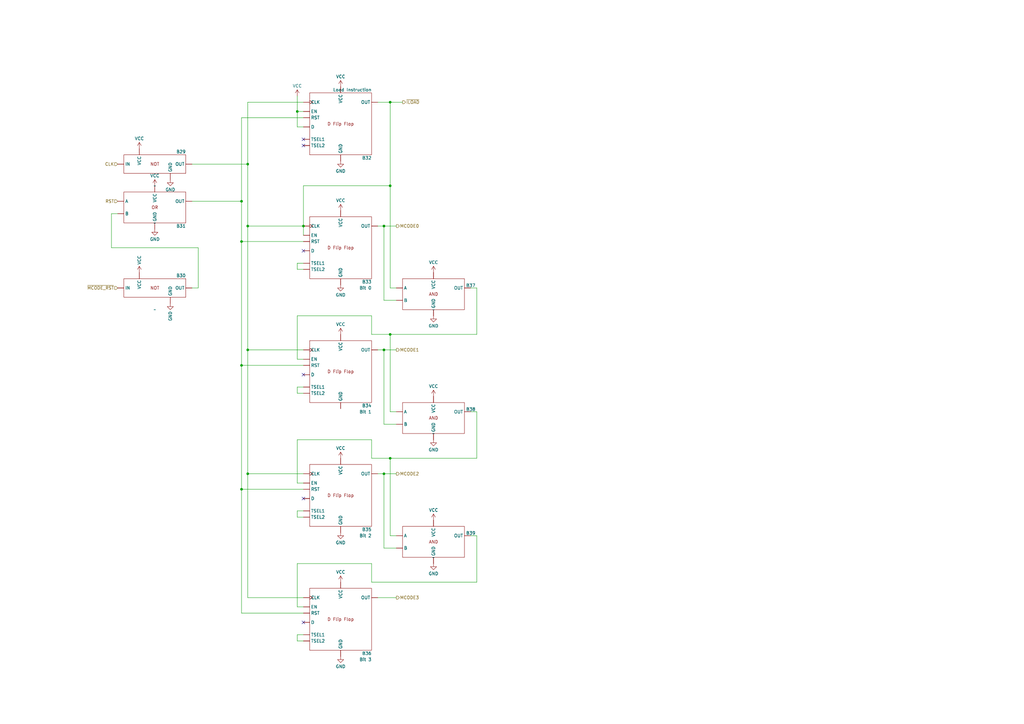
<source format=kicad_sch>
(kicad_sch (version 20230121) (generator eeschema)
  (paper "A3")
  (lib_symbols
    (symbol "MiniDragon:D Flip Flop"
      (property "Reference" "B" (at -12.7 13.97 0))
      (symbol "D Flip Flop_0_1"
        (rectangle (start -12.7 12.7) (end 12.7 -12.7))
      )
      (symbol "D Flip Flop_1_1"
        (text "D Flip Flop" (at 0 0 0) (effects (font (size 1.27 1.27))))
        (pin input clock (at -15.24 8.89 0) (length 2.54) (name "CLK") (number ""))
        (pin input line (at -15.24 -1.27 0) (length 2.54) (name "D") (number ""))
        (pin input line (at -15.24 5.08 0) (length 2.54) (name "EN") (number ""))
        (pin power_in line (at 0 -15.24 90) (length 2.54) (name "GND") (number ""))
        (pin output line (at 15.24 8.89 180) (length 2.54) (name "OUT") (number ""))
        (pin input line (at -15.24 2.54 0) (length 2.54) (name "RST") (number ""))
        (pin passive line (at -15.24 -6.35 0) (length 2.54) (name "TSEL1") (number ""))
        (pin passive line (at -15.24 -8.89 0) (length 2.54) (name "TSEL2") (number ""))
        (pin power_in line (at 0 15.24 270) (length 2.54) (name "VCC") (number ""))
      )
    )
    (symbol "MiniDragon:Logic AND"
      (property "Reference" "B" (at -12.7 7.62 0))
      (symbol "Logic AND_0_1"
        (rectangle (start -12.7 6.35) (end 12.7 -6.35))
      )
      (symbol "Logic AND_1_1"
        (text "AND" (at 0 0 0) (effects (font (size 1.27 1.27))))
        (pin input line (at -15.24 2.54 0) (length 2.54) (name "A") (number ""))
        (pin input line (at -15.24 -2.54 0) (length 2.54) (name "B") (number ""))
        (pin power_in line (at 0 -8.89 90) (length 2.54) (name "GND") (number ""))
        (pin output line (at 15.24 2.54 180) (length 2.54) (name "OUT") (number ""))
        (pin power_in line (at 0 8.89 270) (length 2.54) (name "VCC") (number ""))
      )
    )
    (symbol "MiniDragon:Logic NOT"
      (property "Reference" "B" (at -12.7 5.08 0))
      (symbol "Logic NOT_0_1"
        (rectangle (start -12.7 3.81) (end 12.7 -3.81))
      )
      (symbol "Logic NOT_1_1"
        (text "NOT" (at 0 0 0) (effects (font (size 1.27 1.27))))
        (pin power_in line (at 6.35 -6.35 90) (length 2.54) (name "GND") (number ""))
        (pin input line (at -15.24 0 0) (length 2.54) (name "IN") (number ""))
        (pin output line (at 15.24 0 180) (length 2.54) (name "OUT") (number ""))
        (pin power_in line (at -6.35 6.35 270) (length 2.54) (name "VCC") (number ""))
      )
    )
    (symbol "MiniDragon:Logic OR"
      (property "Reference" "B" (at -12.7 7.62 0))
      (symbol "Logic OR_0_1"
        (rectangle (start -12.7 6.35) (end 12.7 -6.35))
      )
      (symbol "Logic OR_1_1"
        (text "OR" (at 0 0 0) (effects (font (size 1.27 1.27))))
        (pin input line (at -15.24 2.54 0) (length 2.54) (name "A") (number ""))
        (pin input line (at -15.24 -2.54 0) (length 2.54) (name "B") (number ""))
        (pin power_in line (at 0 -8.89 90) (length 2.54) (name "GND") (number ""))
        (pin output line (at 15.24 2.54 180) (length 2.54) (name "OUT") (number ""))
        (pin power_in line (at 0 8.89 270) (length 2.54) (name "VCC") (number ""))
      )
    )
    (symbol "power:GND" (power) (pin_names (offset 0))
      (property "Value" "GND" (at 0 -3.81 0))
      (symbol "GND_0_1"
        (polyline (pts (xy 0 0) (xy 0 -1.27) (xy 1.27 -1.27) (xy 0 -2.54) (xy -1.27 -1.27) (xy 0 -1.27)))
      )
      (symbol "GND_1_1"
        (pin power_in line (at 0 0 270) (length 0) hide (name "GND") (number "1"))
      )
    )
    (symbol "power:VCC" (power) (pin_names (offset 0))
      (property "Value" "VCC" (at 0 3.81 0))
      (symbol "VCC_0_1"
        (polyline (pts (xy -0.762 1.27) (xy 0 2.54)))
        (polyline (pts (xy 0 0) (xy 0 2.54)))
        (polyline (pts (xy 0 2.54) (xy 0.762 1.27)))
      )
      (symbol "VCC_1_1"
        (pin power_in line (at 0 0 90) (length 0) hide (name "VCC") (number "1"))
      )
    )
  )
  (junction (at 157.48 143.51))
  (junction (at 157.48 194.31))
  (junction (at 99.06 200.66))
  (junction (at 160.02 137.16))
  (junction (at 101.6 92.71))
  (junction (at 160.02 187.96))
  (junction (at 124.46 92.71))
  (junction (at 160.02 76.2))
  (junction (at 157.48 92.71))
  (junction (at 99.06 149.86))
  (junction (at 101.6 194.31))
  (junction (at 101.6 67.31))
  (junction (at 121.92 45.72))
  (junction (at 101.6 143.51))
  (junction (at 160.02 41.91))
  (junction (at 99.06 82.55))
  (junction (at 99.06 99.06))
  (no_connect (at 124.46 153.67))
  (no_connect (at 124.46 57.15))
  (no_connect (at 124.46 59.69))
  (no_connect (at 124.46 255.27))
  (no_connect (at 124.46 102.87))
  (no_connect (at 124.46 204.47))
  (wire (pts (xy 157.48 123.19) (xy 162.56 123.19)))
  (wire (pts (xy 121.92 260.35) (xy 124.46 260.35)))
  (wire (pts (xy 195.58 219.71) (xy 195.58 238.76)))
  (wire (pts (xy 101.6 245.11) (xy 124.46 245.11)))
  (wire (pts (xy 195.58 187.96) (xy 160.02 187.96)))
  (wire (pts (xy 157.48 92.71) (xy 157.48 123.19)))
  (wire (pts (xy 162.56 219.71) (xy 160.02 219.71)))
  (wire (pts (xy 160.02 41.91) (xy 160.02 76.2)))
  (wire (pts (xy 101.6 67.31) (xy 101.6 92.71)))
  (wire (pts (xy 99.06 99.06) (xy 124.46 99.06)))
  (wire (pts (xy 157.48 194.31) (xy 157.48 224.79)))
  (wire (pts (xy 157.48 143.51) (xy 162.56 143.51)))
  (wire (pts (xy 99.06 99.06) (xy 99.06 149.86)))
  (wire (pts (xy 152.4 187.96) (xy 152.4 180.34)))
  (wire (pts (xy 121.92 110.49) (xy 121.92 107.95)))
  (wire (pts (xy 124.46 262.89) (xy 121.92 262.89)))
  (wire (pts (xy 101.6 194.31) (xy 124.46 194.31)))
  (wire (pts (xy 160.02 76.2) (xy 160.02 118.11)))
  (wire (pts (xy 121.92 107.95) (xy 124.46 107.95)))
  (wire (pts (xy 160.02 118.11) (xy 162.56 118.11)))
  (wire (pts (xy 124.46 96.52) (xy 124.46 92.71)))
  (wire (pts (xy 99.06 200.66) (xy 124.46 200.66)))
  (wire (pts (xy 101.6 92.71) (xy 101.6 143.51)))
  (wire (pts (xy 124.46 110.49) (xy 121.92 110.49)))
  (wire (pts (xy 193.04 219.71) (xy 195.58 219.71)))
  (wire (pts (xy 160.02 137.16) (xy 152.4 137.16)))
  (wire (pts (xy 195.58 168.91) (xy 195.58 187.96)))
  (wire (pts (xy 45.72 101.6) (xy 45.72 87.63)))
  (wire (pts (xy 121.92 209.55) (xy 124.46 209.55)))
  (wire (pts (xy 121.92 212.09) (xy 121.92 209.55)))
  (wire (pts (xy 152.4 129.54) (xy 121.92 129.54)))
  (wire (pts (xy 157.48 194.31) (xy 162.56 194.31)))
  (wire (pts (xy 99.06 149.86) (xy 99.06 200.66)))
  (wire (pts (xy 195.58 137.16) (xy 160.02 137.16)))
  (wire (pts (xy 101.6 41.91) (xy 101.6 67.31)))
  (wire (pts (xy 99.06 48.26) (xy 124.46 48.26)))
  (wire (pts (xy 101.6 67.31) (xy 78.74 67.31)))
  (wire (pts (xy 124.46 161.29) (xy 121.92 161.29)))
  (wire (pts (xy 81.28 101.6) (xy 45.72 101.6)))
  (wire (pts (xy 152.4 238.76) (xy 152.4 231.14)))
  (wire (pts (xy 121.92 231.14) (xy 121.92 248.92)))
  (wire (pts (xy 99.06 200.66) (xy 99.06 251.46)))
  (wire (pts (xy 121.92 158.75) (xy 124.46 158.75)))
  (wire (pts (xy 154.94 41.91) (xy 160.02 41.91)))
  (wire (pts (xy 160.02 187.96) (xy 152.4 187.96)))
  (wire (pts (xy 121.92 248.92) (xy 124.46 248.92)))
  (wire (pts (xy 154.94 143.51) (xy 157.48 143.51)))
  (wire (pts (xy 99.06 82.55) (xy 99.06 48.26)))
  (wire (pts (xy 154.94 245.11) (xy 162.56 245.11)))
  (wire (pts (xy 45.72 87.63) (xy 48.26 87.63)))
  (wire (pts (xy 195.58 118.11) (xy 195.58 137.16)))
  (wire (pts (xy 160.02 41.91) (xy 165.1 41.91)))
  (wire (pts (xy 99.06 149.86) (xy 124.46 149.86)))
  (wire (pts (xy 121.92 39.37) (xy 121.92 45.72)))
  (wire (pts (xy 157.48 92.71) (xy 162.56 92.71)))
  (wire (pts (xy 121.92 129.54) (xy 121.92 147.32)))
  (wire (pts (xy 78.74 118.11) (xy 81.28 118.11)))
  (wire (pts (xy 101.6 92.71) (xy 124.46 92.71)))
  (wire (pts (xy 101.6 194.31) (xy 101.6 245.11)))
  (wire (pts (xy 121.92 161.29) (xy 121.92 158.75)))
  (wire (pts (xy 121.92 262.89) (xy 121.92 260.35)))
  (wire (pts (xy 121.92 45.72) (xy 121.92 52.07)))
  (wire (pts (xy 121.92 147.32) (xy 124.46 147.32)))
  (wire (pts (xy 162.56 168.91) (xy 160.02 168.91)))
  (wire (pts (xy 124.46 212.09) (xy 121.92 212.09)))
  (wire (pts (xy 124.46 92.71) (xy 124.46 76.2)))
  (wire (pts (xy 101.6 143.51) (xy 101.6 194.31)))
  (wire (pts (xy 152.4 137.16) (xy 152.4 129.54)))
  (wire (pts (xy 101.6 143.51) (xy 124.46 143.51)))
  (wire (pts (xy 193.04 168.91) (xy 195.58 168.91)))
  (wire (pts (xy 157.48 143.51) (xy 157.48 173.99)))
  (wire (pts (xy 193.04 118.11) (xy 195.58 118.11)))
  (wire (pts (xy 157.48 224.79) (xy 162.56 224.79)))
  (wire (pts (xy 121.92 45.72) (xy 124.46 45.72)))
  (wire (pts (xy 152.4 180.34) (xy 121.92 180.34)))
  (wire (pts (xy 160.02 187.96) (xy 160.02 219.71)))
  (wire (pts (xy 121.92 52.07) (xy 124.46 52.07)))
  (wire (pts (xy 195.58 238.76) (xy 152.4 238.76)))
  (wire (pts (xy 99.06 251.46) (xy 124.46 251.46)))
  (wire (pts (xy 124.46 41.91) (xy 101.6 41.91)))
  (wire (pts (xy 121.92 198.12) (xy 124.46 198.12)))
  (wire (pts (xy 154.94 194.31) (xy 157.48 194.31)))
  (wire (pts (xy 78.74 82.55) (xy 99.06 82.55)))
  (wire (pts (xy 160.02 168.91) (xy 160.02 137.16)))
  (wire (pts (xy 99.06 82.55) (xy 99.06 99.06)))
  (wire (pts (xy 157.48 173.99) (xy 162.56 173.99)))
  (wire (pts (xy 124.46 76.2) (xy 160.02 76.2)))
  (wire (pts (xy 154.94 92.71) (xy 157.48 92.71)))
  (wire (pts (xy 152.4 231.14) (xy 121.92 231.14)))
  (wire (pts (xy 81.28 118.11) (xy 81.28 101.6)))
  (wire (pts (xy 121.92 180.34) (xy 121.92 198.12)))
  (hierarchical_label "MCODE3" (shape output) (at 162.56 245.11 0))
  (hierarchical_label "RST" (shape input) (at 48.26 82.55 180))
  (hierarchical_label "MCODE2" (shape output) (at 162.56 194.31 0))
  (hierarchical_label "~{ILOAD}" (shape output) (at 165.1 41.91 0))
  (hierarchical_label "~{MCODE_RST}" (shape input) (at 48.26 118.11 180))
  (hierarchical_label "MCODE1" (shape output) (at 162.56 143.51 0))
  (hierarchical_label "CLK" (shape input) (at 48.26 67.31 180))
  (hierarchical_label "MCODE0" (shape output) (at 162.56 92.71 0))
  (symbol (lib_id "MiniDragon:Logic NOT") (at 63.5 67.31 0) (unit 1)
    (property "Reference" "B29" (at 76.2 62.23 0) (effects (justify right)))
    (property "Value" "~" (at 63.5 76.2 0))
  )
  (symbol (lib_id "power:VCC") (at 139.7 137.16 0) (unit 1)
    (property "Reference" "#PWR062" (effects hide))
    (property "Value" "VCC" (at 139.7 133.0269 0))
  )
  (symbol (lib_id "power:GND") (at 177.8 129.54 0) (unit 1)
    (property "Reference" "#PWR076" (effects hide))
    (property "Value" "GND" (at 177.8 133.6731 0))
  )
  (symbol (lib_id "power:VCC") (at 139.7 187.96 0) (unit 1)
    (property "Reference" "#PWR063" (effects hide))
    (property "Value" "VCC" (at 139.7 183.8269 0))
  )
  (symbol (lib_id "MiniDragon:D Flip Flop") (at 139.7 101.6 0) (unit 1)
    (property "Reference" "B33" (at 152.4 115.57 0) (effects (justify right)))
    (property "Value" "Bit 0" (at 152.4 118.11 0) (effects (justify right)))
  )
  (symbol (lib_id "power:VCC") (at 57.15 111.76 0) (unit 1)
    (property "Reference" "#PWR068" (effects hide))
    (property "Value" "VCC" (at 57.15 108.585 90) (effects (justify left)))
  )
  (symbol (lib_id "power:GND") (at 139.7 116.84 0) (unit 1)
    (property "Reference" "#PWR074" (effects hide))
    (property "Value" "GND" (at 139.7 120.9731 0))
  )
  (symbol (lib_id "power:GND") (at 63.5 93.98 0) (unit 1)
    (property "Reference" "#PWR072" (effects hide))
    (property "Value" "GND" (at 63.5 98.1131 0))
  )
  (symbol (lib_id "MiniDragon:Logic OR") (at 63.5 85.09 0) (unit 1)
    (property "Reference" "B31" (at 76.2 92.71 0) (effects (justify right)))
    (property "Value" "~" (at 63.5 91.44 0))
  )
  (symbol (lib_id "power:VCC") (at 139.7 238.76 0) (unit 1)
    (property "Reference" "#PWR064" (effects hide))
    (property "Value" "VCC" (at 139.7 234.6269 0))
  )
  (symbol (lib_id "power:GND") (at 69.85 73.66 0) (unit 1)
    (property "Reference" "#PWR071" (effects hide))
    (property "Value" "GND" (at 69.85 77.7931 0))
  )
  (symbol (lib_id "power:GND") (at 177.8 231.14 0) (unit 1)
    (property "Reference" "#PWR078" (effects hide))
    (property "Value" "GND" (at 177.8 235.2731 0))
  )
  (symbol (lib_id "power:VCC") (at 57.15 60.96 0) (unit 1)
    (property "Reference" "#PWR070" (effects hide))
    (property "Value" "VCC" (at 57.15 56.8269 0))
  )
  (symbol (lib_id "MiniDragon:D Flip Flop") (at 139.7 254 0) (unit 1)
    (property "Reference" "B36" (at 152.4 267.97 0) (effects (justify right)))
    (property "Value" "Bit 3" (at 152.4 270.51 0) (effects (justify right)))
  )
  (symbol (lib_id "power:VCC") (at 121.92 39.37 0) (unit 1)
    (property "Reference" "#PWR060" (effects hide))
    (property "Value" "VCC" (at 121.92 35.2369 0))
  )
  (symbol (lib_id "MiniDragon:Logic AND") (at 177.8 222.25 0) (unit 1)
    (property "Reference" "B39" (at 193.0907 218.66 0))
    (property "Value" "~" (at 177.8 228.6 0))
  )
  (symbol (lib_id "power:GND") (at 139.7 218.44 0) (unit 1)
    (property "Reference" "#PWR079" (effects hide))
    (property "Value" "GND" (at 139.7 222.5731 0))
  )
  (symbol (lib_id "MiniDragon:Logic AND") (at 177.8 120.65 0) (unit 1)
    (property "Reference" "B37" (at 193.0907 117.06 0))
    (property "Value" "~" (at 177.8 127 0))
  )
  (symbol (lib_id "power:VCC") (at 63.5 76.2 0) (unit 1)
    (property "Reference" "#PWR069" (effects hide))
    (property "Value" "VCC" (at 63.5 72.0669 0))
  )
  (symbol (lib_id "MiniDragon:D Flip Flop") (at 139.7 203.2 0) (unit 1)
    (property "Reference" "B35" (at 152.4 217.17 0) (effects (justify right)))
    (property "Value" "Bit 2" (at 152.4 219.71 0) (effects (justify right)))
  )
  (symbol (lib_id "MiniDragon:D Flip Flop") (at 139.7 152.4 0) (unit 1)
    (property "Reference" "B34" (at 152.4 166.37 0) (effects (justify right)))
    (property "Value" "Bit 1" (at 152.4 168.91 0) (effects (justify right)))
  )
  (symbol (lib_id "power:VCC") (at 177.8 111.76 0) (unit 1)
    (property "Reference" "#PWR067" (effects hide))
    (property "Value" "VCC" (at 177.8 107.6269 0))
  )
  (symbol (lib_id "power:VCC") (at 139.7 35.56 0) (unit 1)
    (property "Reference" "#PWR059" (effects hide))
    (property "Value" "VCC" (at 139.7 31.4269 0))
  )
  (symbol (lib_id "MiniDragon:Logic NOT") (at 63.5 118.11 0) (unit 1)
    (property "Reference" "B30" (at 76.2 113.03 0) (effects (justify right)))
    (property "Value" "~" (at 63.5 127 0))
  )
  (symbol (lib_id "power:GND") (at 177.8 180.34 0) (unit 1)
    (property "Reference" "#PWR077" (effects hide))
    (property "Value" "GND" (at 177.8 184.4731 0))
  )
  (symbol (lib_id "power:VCC") (at 177.8 162.56 0) (unit 1)
    (property "Reference" "#PWR066" (effects hide))
    (property "Value" "VCC" (at 177.8 158.4269 0))
  )
  (symbol (lib_id "power:GND") (at 69.85 124.46 0) (unit 1)
    (property "Reference" "#PWR073" (effects hide))
    (property "Value" "GND" (at 69.85 127.635 90) (effects (justify right)))
  )
  (symbol (lib_id "MiniDragon:D Flip Flop") (at 139.7 50.8 0) (unit 1)
    (property "Reference" "B32" (at 152.4 64.77 0) (effects (justify right)))
    (property "Value" "Load Instruction" (at 152.4 36.83 0) (effects (justify right)))
  )
  (symbol (lib_id "power:VCC") (at 177.8 213.36 0) (unit 1)
    (property "Reference" "#PWR065" (effects hide))
    (property "Value" "VCC" (at 177.8 209.2269 0))
  )
  (symbol (lib_id "MiniDragon:Logic AND") (at 177.8 171.45 0) (unit 1)
    (property "Reference" "B38" (at 193.0907 167.86 0))
    (property "Value" "~" (at 177.8 177.8 0))
  )
  (symbol (lib_id "power:GND") (at 139.7 269.24 0) (unit 1)
    (property "Reference" "#PWR080" (effects hide))
    (property "Value" "GND" (at 139.7 273.3731 0))
  )
  (symbol (lib_id "power:GND") (at 139.7 66.04 0) (unit 1)
    (property "Reference" "#PWR075" (effects hide))
    (property "Value" "GND" (at 139.7 70.1731 0))
  )
  (symbol (lib_id "power:VCC") (at 139.7 86.36 0) (unit 1)
    (property "Reference" "#PWR061" (effects hide))
    (property "Value" "VCC" (at 139.7 82.2269 0))
  )
)
</source>
